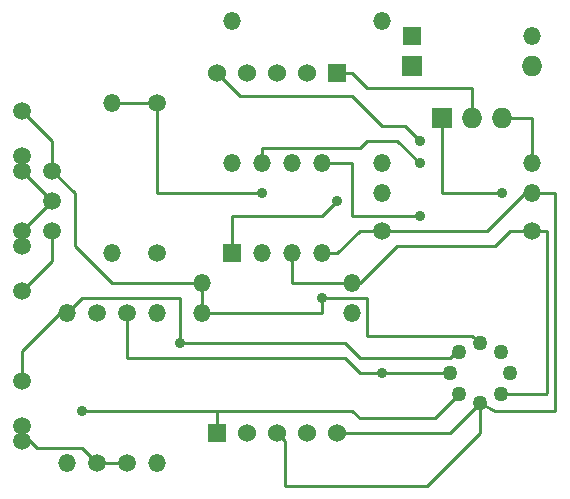
<source format=gbl>
G04 (created by PCBNEW (22-Jun-2014 BZR 4027)-stable) date Sun 17 Dec 2017 02:26:31 AM CST*
%MOIN*%
G04 Gerber Fmt 3.4, Leading zero omitted, Abs format*
%FSLAX34Y34*%
G01*
G70*
G90*
G04 APERTURE LIST*
%ADD10C,0.00590551*%
%ADD11C,0.05*%
%ADD12R,0.069X0.069*%
%ADD13O,0.069X0.069*%
%ADD14C,0.059*%
%ADD15R,0.059X0.059*%
%ADD16O,0.059X0.059*%
%ADD17R,0.06X0.06*%
%ADD18C,0.06*%
%ADD19C,0.035*%
%ADD20C,0.01*%
G04 APERTURE END LIST*
G54D10*
G54D11*
X87542Y-58542D03*
X88957Y-58542D03*
X89239Y-59250D03*
X88250Y-58260D03*
X88957Y-59957D03*
X88250Y-60239D03*
X87542Y-59957D03*
X87260Y-59250D03*
G54D12*
X87000Y-50750D03*
G54D13*
X88000Y-50750D03*
X89000Y-50750D03*
G54D14*
X73000Y-52500D03*
X73000Y-50500D03*
X73000Y-52000D03*
X73000Y-54500D03*
X73000Y-56500D03*
X73000Y-55000D03*
X73000Y-61500D03*
X73000Y-59500D03*
X73000Y-61000D03*
G54D15*
X80000Y-55250D03*
G54D16*
X81000Y-55250D03*
X82000Y-55250D03*
X83000Y-55250D03*
X83000Y-52250D03*
X82000Y-52250D03*
X80000Y-52250D03*
X81000Y-52250D03*
G54D17*
X79500Y-61250D03*
G54D18*
X80500Y-61250D03*
X81500Y-61250D03*
X82500Y-61250D03*
X83500Y-61250D03*
G54D17*
X83500Y-49250D03*
G54D18*
X82500Y-49250D03*
X81500Y-49250D03*
X80500Y-49250D03*
X79500Y-49250D03*
G54D15*
X86000Y-48000D03*
G54D16*
X90000Y-48000D03*
G54D12*
X86000Y-49000D03*
G54D13*
X90000Y-49000D03*
G54D16*
X85000Y-52250D03*
X90000Y-52250D03*
X85000Y-53250D03*
X90000Y-53250D03*
G54D14*
X90000Y-54500D03*
X85000Y-54500D03*
G54D16*
X84000Y-56250D03*
X79000Y-56250D03*
X84000Y-57250D03*
X79000Y-57250D03*
X85000Y-47500D03*
X80000Y-47500D03*
G54D14*
X77500Y-50250D03*
X77500Y-55250D03*
G54D16*
X76000Y-55250D03*
X76000Y-50250D03*
X77500Y-57250D03*
X77500Y-62250D03*
G54D14*
X76500Y-57250D03*
X76500Y-62250D03*
X75500Y-57250D03*
X75500Y-62250D03*
G54D16*
X74500Y-62250D03*
X74500Y-57250D03*
G54D14*
X74000Y-52500D03*
X74000Y-54500D03*
X74000Y-53500D03*
G54D19*
X83000Y-56750D03*
X75000Y-60500D03*
X86250Y-51500D03*
X89000Y-53250D03*
X83500Y-53500D03*
X81000Y-53250D03*
X78250Y-58250D03*
X85000Y-59250D03*
X86250Y-54000D03*
X86250Y-52250D03*
G54D20*
X88000Y-50750D02*
X88000Y-49750D01*
X84000Y-49250D02*
X83500Y-49250D01*
X84500Y-49750D02*
X84000Y-49250D01*
X86000Y-49750D02*
X84500Y-49750D01*
X88000Y-49750D02*
X86000Y-49750D01*
X79000Y-56250D02*
X76000Y-56250D01*
X74750Y-53250D02*
X74000Y-52500D01*
X74750Y-55000D02*
X74750Y-53250D01*
X76000Y-56250D02*
X74750Y-55000D01*
X74000Y-52500D02*
X74000Y-51500D01*
X74000Y-51500D02*
X73000Y-50500D01*
X88250Y-58260D02*
X88250Y-58250D01*
X88250Y-58250D02*
X88000Y-58000D01*
X88000Y-58000D02*
X84500Y-58000D01*
X84500Y-58000D02*
X84500Y-56750D01*
X84500Y-56750D02*
X83000Y-56750D01*
X83000Y-57250D02*
X79000Y-57250D01*
X83000Y-56750D02*
X83000Y-57250D01*
X79000Y-57250D02*
X79000Y-56250D01*
X79500Y-60500D02*
X75000Y-60500D01*
X74000Y-53500D02*
X73000Y-52500D01*
X74000Y-53500D02*
X73000Y-54500D01*
X73000Y-55000D02*
X73000Y-54500D01*
X73000Y-52000D02*
X73000Y-52500D01*
X87542Y-59957D02*
X86750Y-60750D01*
X79500Y-60500D02*
X79500Y-61250D01*
X84000Y-60500D02*
X79500Y-60500D01*
X84250Y-60750D02*
X84000Y-60500D01*
X86750Y-60750D02*
X84250Y-60750D01*
X88250Y-60250D02*
X88250Y-60239D01*
X74000Y-54500D02*
X74000Y-55500D01*
X74000Y-55500D02*
X73000Y-56500D01*
X90000Y-53250D02*
X89750Y-53250D01*
X88500Y-54500D02*
X85000Y-54500D01*
X89750Y-53250D02*
X88500Y-54500D01*
X83000Y-55250D02*
X83500Y-55250D01*
X83500Y-55250D02*
X84250Y-54500D01*
X84250Y-54500D02*
X85000Y-54500D01*
X73000Y-61500D02*
X73000Y-61000D01*
X75500Y-62250D02*
X75000Y-61750D01*
X73250Y-61500D02*
X73000Y-61500D01*
X73500Y-61750D02*
X73250Y-61500D01*
X75000Y-61750D02*
X73500Y-61750D01*
X76500Y-62250D02*
X75500Y-62250D01*
X88250Y-60239D02*
X88250Y-60250D01*
X88250Y-60250D02*
X87250Y-61250D01*
X87250Y-61250D02*
X83500Y-61250D01*
X88250Y-60239D02*
X88250Y-61250D01*
X88250Y-61250D02*
X86500Y-63000D01*
X86500Y-63000D02*
X81750Y-63000D01*
X81750Y-63000D02*
X81750Y-61500D01*
X81750Y-61500D02*
X81500Y-61250D01*
X90750Y-58500D02*
X90750Y-58500D01*
X90750Y-59750D02*
X90750Y-60500D01*
X88250Y-60250D02*
X88750Y-60500D01*
X88750Y-60500D02*
X90750Y-60500D01*
X90750Y-58500D02*
X90750Y-59750D01*
X90750Y-53250D02*
X90000Y-53250D01*
X90750Y-58500D02*
X90750Y-53250D01*
X80250Y-50000D02*
X79500Y-49250D01*
X84000Y-50000D02*
X80250Y-50000D01*
X85000Y-51000D02*
X84000Y-50000D01*
X85750Y-51000D02*
X85000Y-51000D01*
X86250Y-51500D02*
X85750Y-51000D01*
X89000Y-50750D02*
X90000Y-50750D01*
X90000Y-50750D02*
X90000Y-52250D01*
X87000Y-50750D02*
X87000Y-53250D01*
X87000Y-53250D02*
X89000Y-53250D01*
X80000Y-55250D02*
X80000Y-54000D01*
X83000Y-54000D02*
X83500Y-53500D01*
X82750Y-54000D02*
X83000Y-54000D01*
X80000Y-54000D02*
X82750Y-54000D01*
X77500Y-50250D02*
X77500Y-53250D01*
X77500Y-53250D02*
X81000Y-53250D01*
X76000Y-50250D02*
X77500Y-50250D01*
X84000Y-56250D02*
X82000Y-56250D01*
X82000Y-56250D02*
X82000Y-55250D01*
X90000Y-54500D02*
X89250Y-54500D01*
X84250Y-56250D02*
X84000Y-56250D01*
X85500Y-55000D02*
X84250Y-56250D01*
X88750Y-55000D02*
X85500Y-55000D01*
X89250Y-54500D02*
X88750Y-55000D01*
X88957Y-59957D02*
X90457Y-59957D01*
X90500Y-54500D02*
X90000Y-54500D01*
X90500Y-59914D02*
X90500Y-54500D01*
X90457Y-59957D02*
X90500Y-59914D01*
X74500Y-57250D02*
X74250Y-57250D01*
X73000Y-58500D02*
X73000Y-59500D01*
X74250Y-57250D02*
X73000Y-58500D01*
X79000Y-58250D02*
X78250Y-58250D01*
X87457Y-58542D02*
X87250Y-58750D01*
X87250Y-58750D02*
X84250Y-58750D01*
X84250Y-58750D02*
X83750Y-58250D01*
X83750Y-58250D02*
X79000Y-58250D01*
X87542Y-58542D02*
X87457Y-58542D01*
X75000Y-56750D02*
X74500Y-57250D01*
X78250Y-56750D02*
X75000Y-56750D01*
X78250Y-58250D02*
X78250Y-56750D01*
X83000Y-52250D02*
X84000Y-52250D01*
X85000Y-59250D02*
X87260Y-59250D01*
X84000Y-54000D02*
X86250Y-54000D01*
X84000Y-52250D02*
X84000Y-54000D01*
X87260Y-59250D02*
X84250Y-59250D01*
X76500Y-58750D02*
X76500Y-57250D01*
X83750Y-58750D02*
X76500Y-58750D01*
X84250Y-59250D02*
X83750Y-58750D01*
X81000Y-52250D02*
X81000Y-51750D01*
X85500Y-51500D02*
X86250Y-52250D01*
X84500Y-51500D02*
X85500Y-51500D01*
X84250Y-51750D02*
X84500Y-51500D01*
X81000Y-51750D02*
X84250Y-51750D01*
M02*

</source>
